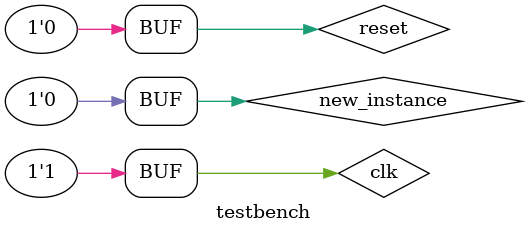
<source format=v>

`timescale 1ns / 1ps

module testbench(
);

    reg clk = 1'b1;
    reg reset = 1'b1;
    reg new_instance = 0;
    wire Mealy_tick, Moore_tick;


    edgeDetector gcm_aes_instance(
        .clk(clk),
        .reset(reset),
        .level(new_instance),
        .Mealy_tick(Mealy_tick),
        .Moore_tick(Moore_tick)
    );

    
    initial
    begin
        #10 clk = ~clk; // Posedge
        #10 clk = ~clk;
		reset = 0;
        #10 clk = ~clk; // Posedgej
        #10 clk = ~clk; // Posedge
        new_instance = 1;
        #10 clk = ~clk; // Posedge
        #10 clk = ~clk;
        #10 clk = ~clk;
        #10 clk = ~clk;
        #10 clk = ~clk; // Posedge
        #10 clk = ~clk;
	    new_instance = 0;
        #10 clk = ~clk; // Posedge
        #10 clk = ~clk;
        #10 clk = ~clk; // Posedge
        #10 clk = ~clk; // Posedge
        #10 clk = ~clk;
        #10 clk = ~clk; // Posedge
        #10 clk = ~clk;
        #10 clk = ~clk; // Posedge
        #10 clk = ~clk;
        #10 clk = ~clk; // Posedge
        #10 clk = ~clk; // Posedge
        #10 clk = ~clk;
        #10 clk = ~clk; // Posedge
        #10 clk = ~clk;
        #10 clk = ~clk; // Posedge
        #10 clk = ~clk;
        #10 clk = ~clk; // Posedge
        #10 clk = ~clk;
        #10 clk = ~clk; // Posedge
        #10 clk = ~clk;
        #10 clk = ~clk; // Posedge
        #10 clk = ~clk;
        #10 clk = ~clk; // Posedge
        #10 clk = ~clk;
        #10 clk = ~clk; // Posedge
        #10 clk = ~clk;
        #10 clk = ~clk; // Posedge
        #10 clk = ~clk;
        #10 clk = ~clk; // Posedge
        #10 clk = ~clk;
        #10 clk = ~clk; // Posedge
        #10 clk = ~clk;
        #10 clk = ~clk; // Posedge
        #10 clk = ~clk;
        #10 clk = ~clk; // Posedge
        #10 clk = ~clk;
        #10 clk = ~clk; // Posedge
        #10 clk = ~clk;
        #10 clk = ~clk; // Posedge
        #10 clk = ~clk;
        #10 clk = ~clk; // Posedge
        #10 clk = ~clk;
        #10 clk = ~clk; // Posedge
        #10 clk = ~clk;
        #10 clk = ~clk; // Posedge
        #10 clk = ~clk;
        #10 clk = ~clk; // Posedge
        #10 clk = ~clk;
        #10 clk = ~clk; // Posedge
        #10 clk = ~clk;
        #10 clk = ~clk; // Posedge
        #10 clk = ~clk;
        #10 clk = ~clk; // Posedge
        #10 clk = ~clk;
        #10 clk = ~clk; // Posedge
        #10 clk = ~clk;
        #10 clk = ~clk; // Posedge
        #10 clk = ~clk;
        #10 clk = ~clk; // Posedge
        #10 clk = ~clk;
        #10 clk = ~clk; // Posedge
        #10 clk = ~clk;
        #10 clk = ~clk; // Posedge
        #10 clk = ~clk; // Posedge
        #10 clk = ~clk;
        #10 clk = ~clk; // Posedge
        #10 clk = ~clk;
        #10 clk = ~clk; // Posedge
        #10 clk = ~clk;
        #10 clk = ~clk; // Posedge
        #10 clk = ~clk;
        #10 clk = ~clk; // Posedge
        #10 clk = ~clk;
        #10 clk = ~clk; // Posedge
        #10 clk = ~clk;
        #10 clk = ~clk; // Posedge
        #10 clk = ~clk;
        #10 clk = ~clk; // Posedge
        #10 clk = ~clk;
        #10 clk = ~clk; // Posedge
        #10 clk = ~clk;
        #10 clk = ~clk; // Posedge
        #10 clk = ~clk;
        #10 clk = ~clk; // Posedge
        #10 clk = ~clk;
        #10 clk = ~clk; // Posedge
        #10 clk = ~clk;
        #10 clk = ~clk; // Posedge
        //new_instance = 1;
        #10 clk = ~clk; // Posedge
        #10 clk = ~clk;
        #10 clk = ~clk; // Posedge
        #10 clk = ~clk; // Posedge
        #10 clk = ~clk;
		//new_instance = 0;
        #10 clk = ~clk; // Posedge
        #10 clk = ~clk;
        #10 clk = ~clk; // Posedge
        #10 clk = ~clk;
        #10 clk = ~clk; // Posedge
        #10 clk = ~clk;
        #10 clk = ~clk; // Posedge
        #10 clk = ~clk;
        #10 clk = ~clk; // Posedge
        #10 clk = ~clk;
        #10 clk = ~clk; // Posedge
        #10 clk = ~clk;
        #10 clk = ~clk; // Posedge
        #10 clk = ~clk;
        #10 clk = ~clk; // Posedge
        #10 clk = ~clk;
        #10 clk = ~clk; // Posedge
        #10 clk = ~clk;
        #10 clk = ~clk; // Posedge
        #10 clk = ~clk;
        #10 clk = ~clk; // Posedge
        #10 clk = ~clk;
        #10 clk = ~clk; // Posedge
        #10 clk = ~clk;
        #10 clk = ~clk; // Posedge
        #10 clk = ~clk;
        #10 clk = ~clk; // Posedge
        #10 clk = ~clk;
        #10 clk = ~clk; // Posedge
        #10 clk = ~clk;
        #10 clk = ~clk; // Posedge
        #10 clk = ~clk;
        #10 clk = ~clk; // Posedge
        #10 clk = ~clk;
        #10 clk = ~clk; // Posedge
        #10 clk = ~clk;
        #10 clk = ~clk; // Posedge
        #10 clk = ~clk;
        #10 clk = ~clk; // Posedge
        #10 clk = ~clk;
        #10 clk = ~clk; // Posedge
        #10 clk = ~clk;
        #10 clk = ~clk; // Posedge
        #10 clk = ~clk;
        #10 clk = ~clk; // Posedge
        #10 clk = ~clk;
        #10 clk = ~clk; // Posedge
        #10 clk = ~clk;
        #10 clk = ~clk; // Posedge
        #10 clk = ~clk;
        #10 clk = ~clk; // Posedge
        #10 clk = ~clk; // Posedge
        #10 clk = ~clk;
        #10 clk = ~clk; // Posedge
        #10 clk = ~clk;
        #10 clk = ~clk; // Posedge
        #10 clk = ~clk;
        #10 clk = ~clk; // Posedge
        #10 clk = ~clk;
        #10 clk = ~clk; // Posedge
        #10 clk = ~clk;
        #10 clk = ~clk; // Posedge
        #10 clk = ~clk;
        #10 clk = ~clk; // Posedge
        #10 clk = ~clk;
        #10 clk = ~clk; // Posedge
        #10 clk = ~clk;
        #10 clk = ~clk; // Posedge
        #10 clk = ~clk;
        #10 clk = ~clk; // Posedge
        #10 clk = ~clk;
        #10 clk = ~clk; // Posedge
        #10 clk = ~clk;
        #10 clk = ~clk; // Posedge
        #10 clk = ~clk;
        #10 clk = ~clk; // Posedge
        #10 clk = ~clk;
        #10 clk = ~clk; // Posedge
		/*
        counter = counter + 1;
        aad_block = aad[counter*128+:128];
        new_instance = 0;
        #10 clk = ~clk; // Posedge
        #10 clk = ~clk;
        counter = counter + 1;
        aad_block = aad[counter*128+:128];
        new_instance = 0;
        #10 clk = ~clk; // Posedge
        #10 clk = ~clk;
        counter = counter + 1;
        aad_block = aad[counter*128+:128];
        new_instance = 0;
        #10 clk = ~clk; // Posedge
        #10 clk = ~clk;
		*/
        #10 clk = ~clk; // Posedge
        #10 clk = ~clk;
        #10 clk = ~clk;
        #10 clk = ~clk;
        #10 clk = ~clk; // Posedge
        #10 clk = ~clk;
        #10 clk = ~clk; // Posedge
        #10 clk = ~clk;
        #10 clk = ~clk; // Posedge
        #10 clk = ~clk; // Posedge
        #10 clk = ~clk;
        #10 clk = ~clk; // Posedge
        #10 clk = ~clk;
        #10 clk = ~clk; // Posedge
    end
endmodule

</source>
